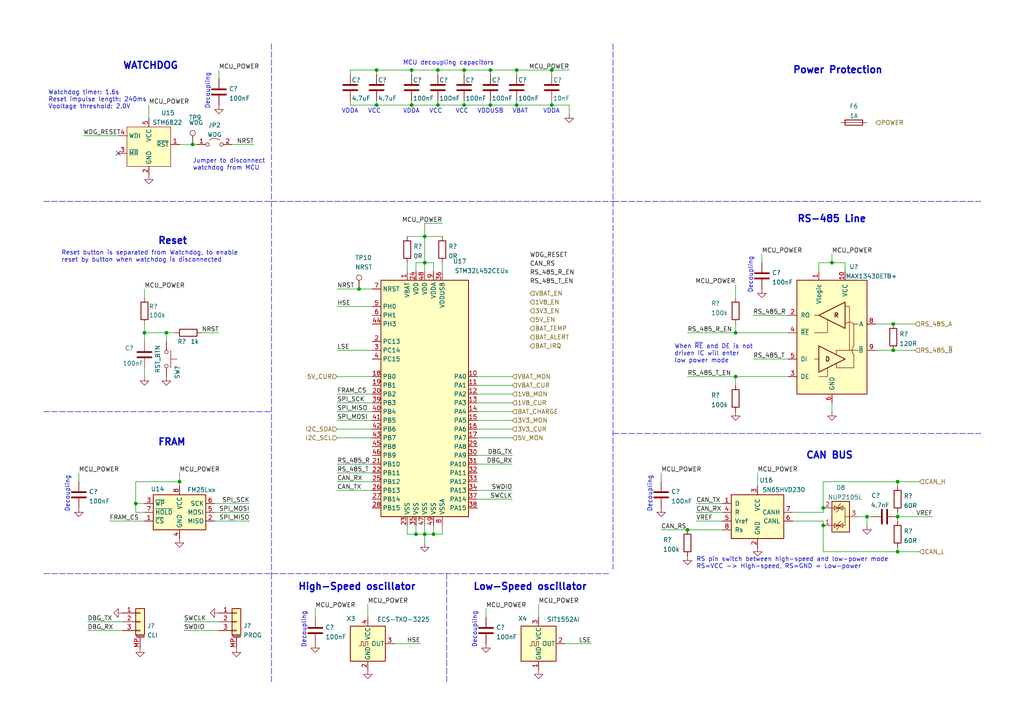
<source format=kicad_sch>
(kicad_sch (version 20210621) (generator eeschema)
  (paper "A4")
  (title_block (title "BUTCube - EPS") (date "2021-06-01") (rev "v1.0") (company "VUT - FIT(STRaDe) & FME(IAE & IPE)") (comment 1 "Author: Petr Malaník"))
  (lib_symbols
    (symbol "Connector:TestPoint" (pin_numbers hide) (pin_names (offset 0.762) hide)
      (property "Reference" "TP" (at 0 6.858 0))
      (property "Value" "TestPoint" (at 0 5.08 0))
      (symbol "TestPoint_0_1"
        (circle (center 0 3.302) (radius 0.762))
      )
      (symbol "TestPoint_1_1"
        (pin passive line (at 0 0 90) (length 2.54) (name "1") (number "1"))
      )
    )
    (symbol "Connector_Generic_MountingPin:Conn_01x03_MountingPin" (pin_names (offset 1.016) hide)
      (property "Reference" "J" (at 0 5.08 0))
      (property "Value" "Conn_01x03_MountingPin" (at 1.27 -5.08 0))
      (symbol "Conn_01x03_MountingPin_1_1"
        (text "Mounting" (at 0 -4.191 0) (effects (font (size 0.381 0.381))))
        (rectangle (start -1.27 -2.413) (end 0 -2.667) (stroke (width 0.1524)))
        (rectangle (start -1.27 0.127) (end 0 -0.127) (stroke (width 0.1524)))
        (rectangle (start -1.27 2.667) (end 0 2.413) (stroke (width 0.1524)))
        (rectangle (start -1.27 3.81) (end 1.27 -3.81) (stroke (width 0.254)) (fill (type background)))
        (polyline (pts (xy -1.016 -4.572) (xy 1.016 -4.572)) (stroke (width 0.1524)))
        (pin passive line (at -5.08 2.54 0) (length 3.81) (name "Pin_1") (number "1"))
        (pin passive line (at -5.08 0 0) (length 3.81) (name "Pin_2") (number "2"))
        (pin passive line (at -5.08 -2.54 0) (length 3.81) (name "Pin_3") (number "3"))
        (pin passive line (at 0 -7.62 90) (length 3.048) (name "MountPin") (number "MP"))
      )
    )
    (symbol "Device:C" (pin_numbers hide) (pin_names (offset 0.254))
      (property "Reference" "C" (at 0.635 2.54 0))
      (property "Value" "C" (at 0.635 -2.54 0))
      (symbol "C_0_1"
        (polyline (pts (xy -2.032 -0.762) (xy 2.032 -0.762)) (stroke (width 0.508)))
        (polyline (pts (xy -2.032 0.762) (xy 2.032 0.762)) (stroke (width 0.508)))
      )
      (symbol "C_1_1"
        (pin passive line (at 0 3.81 270) (length 2.794) (name "~") (number "1"))
        (pin passive line (at 0 -3.81 90) (length 2.794) (name "~") (number "2"))
      )
    )
    (symbol "Device:Fuse" (pin_numbers hide) (pin_names (offset 0))
      (property "Reference" "F" (at 2.032 0 90))
      (property "Value" "Fuse" (at -1.905 0 90))
      (symbol "Fuse_0_1"
        (rectangle (start -0.762 -2.54) (end 0.762 2.54) (stroke (width 0.254)))
        (polyline (pts (xy 0 2.54) (xy 0 -2.54)))
      )
      (symbol "Fuse_1_1"
        (pin passive line (at 0 3.81 270) (length 1.27) (name "~") (number "1"))
        (pin passive line (at 0 -3.81 90) (length 1.27) (name "~") (number "2"))
      )
    )
    (symbol "Device:R" (pin_numbers hide) (pin_names (offset 0))
      (property "Reference" "R" (at 2.032 0 90))
      (property "Value" "R" (at 0 0 90))
      (symbol "R_0_1"
        (rectangle (start -1.016 -2.54) (end 1.016 2.54) (stroke (width 0.254)))
      )
      (symbol "R_1_1"
        (pin passive line (at 0 3.81 270) (length 1.27) (name "~") (number "1"))
        (pin passive line (at 0 -3.81 90) (length 1.27) (name "~") (number "2"))
      )
    )
    (symbol "Interface_CAN_LIN:SN65HVD230" (pin_names (offset 1.016))
      (property "Reference" "U" (at -2.54 10.16 0))
      (property "Value" "SN65HVD230" (at -2.54 7.62 0))
      (symbol "SN65HVD230_0_1"
        (rectangle (start -7.62 5.08) (end 7.62 -7.62) (stroke (width 0.254)) (fill (type background)))
      )
      (symbol "SN65HVD230_1_1"
        (pin input line (at -10.16 2.54 0) (length 2.54) (name "D") (number "1"))
        (pin power_in line (at 0 -10.16 90) (length 2.54) (name "GND") (number "2"))
        (pin power_in line (at 0 7.62 270) (length 2.54) (name "VCC") (number "3"))
        (pin output line (at -10.16 0 0) (length 2.54) (name "R") (number "4"))
        (pin output line (at -10.16 -2.54 0) (length 2.54) (name "Vref") (number "5"))
        (pin bidirectional line (at 10.16 -2.54 180) (length 2.54) (name "CANL") (number "6"))
        (pin bidirectional line (at 10.16 0 180) (length 2.54) (name "CANH") (number "7"))
        (pin input line (at -10.16 -5.08 0) (length 2.54) (name "Rs") (number "8"))
      )
    )
    (symbol "Jumper:Jumper_2_Open" (pin_names (offset 0) hide)
      (property "Reference" "JP" (at 0 2.794 0))
      (property "Value" "Jumper_2_Open" (at 0 -2.286 0))
      (symbol "Jumper_2_Open_0_0"
        (circle (center -2.032 0) (radius 0.508))
        (circle (center 2.032 0) (radius 0.508))
      )
      (symbol "Jumper_2_Open_0_1"
        (arc (start -1.524 1.27) (end 1.524 1.27) (radius (at 0 -0.762) (length 2.54) (angles 126.9 53.1)))
      )
      (symbol "Jumper_2_Open_1_1"
        (pin passive line (at -5.08 0 0) (length 2.54) (name "A") (number "1"))
        (pin passive line (at 5.08 0 180) (length 2.54) (name "B") (number "2"))
      )
    )
    (symbol "MCU_ST_STM32L4:STM32L452CEUx"
      (property "Reference" "U" (at -12.7 34.29 0))
      (property "Value" "STM32L452CEUx" (at 7.62 34.29 0))
      (symbol "STM32L452CEUx_0_1"
        (rectangle (start -12.7 -35.56) (end 12.7 33.02) (stroke (width 0.254)) (fill (type background)))
      )
      (symbol "STM32L452CEUx_1_1"
        (pin power_in line (at -5.08 35.56 270) (length 2.54) (name "VBAT") (number "1"))
        (pin bidirectional line (at 15.24 5.08 180) (length 2.54) (name "PA0") (number "10"))
        (pin bidirectional line (at 15.24 2.54 180) (length 2.54) (name "PA1") (number "11"))
        (pin bidirectional line (at 15.24 0 180) (length 2.54) (name "PA2") (number "12"))
        (pin bidirectional line (at 15.24 -2.54 180) (length 2.54) (name "PA3") (number "13"))
        (pin bidirectional line (at 15.24 -5.08 180) (length 2.54) (name "PA4") (number "14"))
        (pin bidirectional line (at 15.24 -7.62 180) (length 2.54) (name "PA5") (number "15"))
        (pin bidirectional line (at 15.24 -10.16 180) (length 2.54) (name "PA6") (number "16"))
        (pin bidirectional line (at 15.24 -12.7 180) (length 2.54) (name "PA7") (number "17"))
        (pin bidirectional line (at -15.24 5.08 0) (length 2.54) (name "PB0") (number "18"))
        (pin bidirectional line (at -15.24 2.54 0) (length 2.54) (name "PB1") (number "19"))
        (pin bidirectional line (at -15.24 15.24 0) (length 2.54) (name "PC13") (number "2"))
        (pin bidirectional line (at -15.24 0 0) (length 2.54) (name "PB2") (number "20"))
        (pin bidirectional line (at -15.24 -20.32 0) (length 2.54) (name "PB10") (number "21"))
        (pin bidirectional line (at -15.24 -22.86 0) (length 2.54) (name "PB11") (number "22"))
        (pin power_in line (at -5.08 -38.1 90) (length 2.54) (name "VSS") (number "23"))
        (pin power_in line (at -2.54 35.56 270) (length 2.54) (name "VDD") (number "24"))
        (pin bidirectional line (at -15.24 -25.4 0) (length 2.54) (name "PB12") (number "25"))
        (pin bidirectional line (at -15.24 -27.94 0) (length 2.54) (name "PB13") (number "26"))
        (pin bidirectional line (at -15.24 -30.48 0) (length 2.54) (name "PB14") (number "27"))
        (pin bidirectional line (at -15.24 -33.02 0) (length 2.54) (name "PB15") (number "28"))
        (pin bidirectional line (at 15.24 -15.24 180) (length 2.54) (name "PA8") (number "29"))
        (pin bidirectional line (at -15.24 12.7 0) (length 2.54) (name "PC14") (number "3"))
        (pin bidirectional line (at 15.24 -17.78 180) (length 2.54) (name "PA9") (number "30"))
        (pin bidirectional line (at 15.24 -20.32 180) (length 2.54) (name "PA10") (number "31"))
        (pin bidirectional line (at 15.24 -22.86 180) (length 2.54) (name "PA11") (number "32"))
        (pin bidirectional line (at 15.24 -25.4 180) (length 2.54) (name "PA12") (number "33"))
        (pin bidirectional line (at 15.24 -27.94 180) (length 2.54) (name "PA13") (number "34"))
        (pin power_in line (at -2.54 -38.1 90) (length 2.54) (name "VSS") (number "35"))
        (pin power_in line (at 5.08 35.56 270) (length 2.54) (name "VDDUSB") (number "36"))
        (pin bidirectional line (at 15.24 -30.48 180) (length 2.54) (name "PA14") (number "37"))
        (pin bidirectional line (at 15.24 -33.02 180) (length 2.54) (name "PA15") (number "38"))
        (pin bidirectional line (at -15.24 -2.54 0) (length 2.54) (name "PB3") (number "39"))
        (pin bidirectional line (at -15.24 10.16 0) (length 2.54) (name "PC15") (number "4"))
        (pin bidirectional line (at -15.24 -5.08 0) (length 2.54) (name "PB4") (number "40"))
        (pin bidirectional line (at -15.24 -7.62 0) (length 2.54) (name "PB5") (number "41"))
        (pin bidirectional line (at -15.24 -10.16 0) (length 2.54) (name "PB6") (number "42"))
        (pin bidirectional line (at -15.24 -12.7 0) (length 2.54) (name "PB7") (number "43"))
        (pin bidirectional line (at -15.24 20.32 0) (length 2.54) (name "PH3") (number "44"))
        (pin bidirectional line (at -15.24 -15.24 0) (length 2.54) (name "PB8") (number "45"))
        (pin bidirectional line (at -15.24 -17.78 0) (length 2.54) (name "PB9") (number "46"))
        (pin power_in line (at 0 -38.1 90) (length 2.54) (name "VSS") (number "47"))
        (pin power_in line (at 0 35.56 270) (length 2.54) (name "VDD") (number "48"))
        (pin power_in line (at 2.54 -38.1 90) (length 2.54) (name "VSS") (number "49"))
        (pin input line (at -15.24 25.4 0) (length 2.54) (name "PH0") (number "5"))
        (pin input line (at -15.24 22.86 0) (length 2.54) (name "PH1") (number "6"))
        (pin input line (at -15.24 30.48 0) (length 2.54) (name "NRST") (number "7"))
        (pin power_in line (at 5.08 -38.1 90) (length 2.54) (name "VSSA") (number "8"))
        (pin power_in line (at 2.54 35.56 270) (length 2.54) (name "VDDA") (number "9"))
      )
    )
    (symbol "Power_Protection:NUP2105L" (pin_names hide)
      (property "Reference" "D" (at 5.715 2.54 0))
      (property "Value" "NUP2105L" (at 5.715 0.635 0))
      (symbol "NUP2105L_0_0"
        (pin passive line (at 0 -5.08 90) (length 2.54) (name "A") (number "3"))
      )
      (symbol "NUP2105L_0_1"
        (rectangle (start -4.445 2.54) (end 4.445 -2.54) (stroke (width 0.254)) (fill (type background)))
        (polyline (pts (xy -2.54 2.54) (xy -2.54 0.635)))
        (polyline (pts (xy 0 -1.27) (xy 0 -2.54)))
        (polyline (pts (xy 2.54 2.54) (xy 2.54 0.635)))
        (polyline (pts (xy -3.81 1.27) (xy -3.175 0.635) (xy -1.905 0.635) (xy -1.27 0)))
        (polyline (pts (xy -2.54 0.635) (xy -2.54 -1.27) (xy 2.54 -1.27) (xy 2.54 0.635)))
        (polyline (pts (xy -2.54 0.635) (xy -1.905 -0.635) (xy -3.175 -0.635) (xy -2.54 0.635)))
        (polyline (pts (xy 2.54 0.635) (xy 1.905 -0.635) (xy 3.175 -0.635) (xy 2.54 0.635)))
        (polyline (pts (xy 2.54 0.635) (xy 3.175 1.905) (xy 1.905 1.905) (xy 2.54 0.635)))
        (polyline (pts (xy -2.54 0.635) (xy -3.175 1.905) (xy -1.905 1.905) (xy -2.54 0.635) (xy -2.54 1.27)))
        (polyline (pts (xy 1.27 1.27) (xy 1.905 0.635) (xy 2.54 0.635) (xy 3.175 0.635) (xy 3.81 0)))
      )
      (symbol "NUP2105L_1_1"
        (pin passive line (at -2.54 5.08 270) (length 2.54) (name "K") (number "1"))
        (pin passive line (at 2.54 5.08 270) (length 2.54) (name "K") (number "2"))
      )
    )
    (symbol "Switch:SW_Push" (pin_numbers hide) (pin_names (offset 1.016) hide)
      (property "Reference" "SW" (at 1.27 2.54 0))
      (property "Value" "SW_Push" (at 0 -1.524 0))
      (symbol "SW_Push_0_1"
        (circle (center -2.032 0) (radius 0.508))
        (circle (center 2.032 0) (radius 0.508))
        (polyline (pts (xy 0 1.27) (xy 0 3.048)))
        (polyline (pts (xy 2.54 1.27) (xy -2.54 1.27)))
        (pin passive line (at -5.08 0 0) (length 2.54) (name "1") (number "1"))
        (pin passive line (at 5.08 0 180) (length 2.54) (name "2") (number "2"))
      )
    )
    (symbol "TCY_IC:MAX13430ETB+" (pin_names (offset 1.016))
      (property "Reference" "U" (at -10.16 19.05 0))
      (property "Value" "MAX13430ETB+" (at 5.08 19.05 0))
      (symbol "MAX13430ETB+_0_0"
        (text "D" (at -1.27 -5.08 0) (effects (font (size 1.27 1.27) bold)))
        (text "R" (at 1.27 7.62 0) (effects (font (size 1.27 1.27) bold)))
      )
      (symbol "MAX13430ETB+_0_1"
        (arc (start 3.81 5.08) (end 6.35 5.08) (radius (at 5.08 3.8099) (length 1.7961) (angles 135 45)) (stroke (width 0.1524)))
        (arc (start 6.35 -3.81) (end 6.35 -1.27) (radius (at 7.6201 -2.54) (length 1.7961) (angles -135 135)) (stroke (width 0.1524)))
        (rectangle (start -10.16 -15.24) (end 10.16 17.78) (stroke (width 0.254)) (fill (type background)))
        (polyline (pts (xy -5.08 -5.08) (xy -3.81 -5.08)))
        (polyline (pts (xy -3.81 7.62) (xy -5.08 7.62)))
        (polyline (pts (xy 5.08 10.16) (xy 5.08 -2.54)) (stroke (width 0.1524)))
        (polyline (pts (xy 6.35 -7.62) (xy 6.35 -3.81)) (stroke (width 0.1524)))
        (polyline (pts (xy 6.35 -1.27) (xy 6.35 5.08)) (stroke (width 0.1524)))
        (polyline (pts (xy 6.35 5.08) (xy 7.62 5.08)) (stroke (width 0.1524)))
        (polyline (pts (xy 5.08 10.16) (xy 3.81 10.16) (xy 3.81 10.16)))
        (polyline (pts (xy -3.81 -10.16) (xy -1.27 -10.16) (xy -1.27 -7.62) (xy -1.27 -7.62)))
        (polyline (pts (xy -1.27 6.35) (xy -1.27 2.54) (xy -2.54 2.54) (xy -5.08 2.54)))
        (polyline (pts (xy 6.35 -7.62) (xy 1.27 -7.62) (xy 1.27 -6.35) (xy 1.27 -6.35)))
        (polyline (pts (xy 7.62 -2.54) (xy 1.27 -2.54) (xy 1.27 -3.81) (xy 1.27 -3.81)))
        (polyline (pts (xy -3.81 -1.27) (xy -3.81 -8.89) (xy 3.81 -5.08) (xy -3.81 -1.27) (xy -3.81 -1.27)) (stroke (width 0.254)))
        (polyline (pts (xy 3.81 11.43) (xy 3.81 3.81) (xy -3.81 7.62) (xy 3.81 11.43) (xy 3.81 11.43)) (stroke (width 0.254)))
      )
      (symbol "MAX13430ETB+_1_1"
        (pin power_in line (at -3.81 20.32 270) (length 2.54) (name "Vlogic") (number "1"))
        (pin power_in line (at 3.81 20.32 270) (length 2.54) (name "VCC") (number "10"))
        (pin power_in line (at 0 -17.78 90) (length 2.54) hide (name "E_PAD") (number "11"))
        (pin output line (at -12.7 7.62 0) (length 2.54) (name "RO") (number "2"))
        (pin input line (at -12.7 -10.16 0) (length 2.54) (name "DE") (number "3"))
        (pin input line (at -12.7 2.54 0) (length 2.54) (name "~{RE}") (number "4"))
        (pin input line (at -12.7 -5.08 0) (length 2.54) (name "DI") (number "5"))
        (pin power_in line (at 0 -17.78 90) (length 2.54) (name "GND") (number "6"))
        (pin no_connect line (at 10.16 1.27 180) (length 2.54) hide (name "NC") (number "7"))
        (pin input line (at 12.7 5.08 180) (length 2.54) (name "A") (number "8"))
        (pin input line (at 12.7 -2.54 180) (length 2.54) (name "~{B}") (number "9"))
      )
    )
    (symbol "TCY_IC:STM6822"
      (property "Reference" "U" (at 6.35 13.97 0))
      (property "Value" "STM6822" (at 6.35 16.51 0))
      (symbol "STM6822_0_1"
        (rectangle (start -6.35 11.43) (end 6.35 0) (stroke (width 0.1524)) (fill (type background)))
      )
      (symbol "STM6822_1_1"
        (pin open_collector line (at 8.89 6.35 180) (length 2.54) (name "~{RST}") (number "1"))
        (pin passive line (at 0 -2.54 90) (length 2.54) (name "GND") (number "2"))
        (pin input line (at -8.89 3.81 0) (length 2.54) (name "~{MR}") (number "3"))
        (pin input line (at -8.89 8.89 0) (length 2.54) (name "WDI") (number "4"))
        (pin power_in line (at 0 13.97 270) (length 2.54) (name "VCC") (number "5"))
      )
    )
    (symbol "TCY_memory:FM25Lxx"
      (property "Reference" "U" (at -7.62 6.35 0))
      (property "Value" "FM25Lxx" (at 2.54 -6.35 0))
      (symbol "FM25Lxx_1_1"
        (rectangle (start -7.62 5.08) (end 7.62 -5.08) (stroke (width 0.254)) (fill (type background)))
        (pin input line (at -10.16 -2.54 0) (length 2.54) (name "~{CS}") (number "1"))
        (pin tri_state line (at 10.16 -2.54 180) (length 2.54) (name "MISO") (number "2"))
        (pin input line (at -10.16 2.54 0) (length 2.54) (name "~{WP}") (number "3"))
        (pin power_in line (at 0 -7.62 90) (length 2.54) (name "GND") (number "4"))
        (pin input line (at 10.16 0 180) (length 2.54) (name "MOSI") (number "5"))
        (pin input line (at 10.16 2.54 180) (length 2.54) (name "SCK") (number "6"))
        (pin input line (at -10.16 0 0) (length 2.54) (name "~{HOLD}") (number "7"))
        (pin power_in line (at 0 7.62 270) (length 2.54) (name "VCC") (number "8"))
        (pin passive line (at 0 -7.62 90) (length 2.54) hide (name "GND") (number "9"))
      )
    )
    (symbol "TCY_ocillators:ECS-TXO-3225" (pin_names (offset 0.254))
      (property "Reference" "X" (at -6.35 6.35 0))
      (property "Value" "ECS-TXO-3225" (at 1.27 6.35 0))
      (symbol "ECS-TXO-3225_0_1"
        (rectangle (start -5.08 5.08) (end 5.08 -5.08) (stroke (width 0.254)) (fill (type background)))
        (polyline (pts (xy -2.54 -0.635) (xy -1.905 -0.635) (xy -1.905 0.635) (xy -1.27 0.635) (xy -1.27 -0.635) (xy -0.635 -0.635) (xy -0.635 0.635) (xy 0 0.635) (xy 0 -0.635)))
      )
      (symbol "ECS-TXO-3225_1_1"
        (pin no_connect line (at -7.62 0 0) (length 2.54) hide (name "NC") (number "1"))
        (pin power_in line (at 0 -7.62 90) (length 2.54) (name "GND") (number "2"))
        (pin output line (at 7.62 0 180) (length 2.54) (name "OUT") (number "3"))
        (pin power_in line (at 0 7.62 270) (length 2.54) (name "VCC") (number "4"))
      )
    )
    (symbol "TCY_ocillators:SiT1552AI" (pin_names (offset 0.254))
      (property "Reference" "X" (at -6.35 6.35 0))
      (property "Value" "SiT1552AI" (at 1.27 6.35 0))
      (symbol "SiT1552AI_0_1"
        (rectangle (start -5.08 5.08) (end 5.08 -5.08) (stroke (width 0.254)) (fill (type background)))
        (polyline (pts (xy -2.54 -0.635) (xy -1.905 -0.635) (xy -1.905 0.635) (xy -1.27 0.635) (xy -1.27 -0.635) (xy -0.635 -0.635) (xy -0.635 0.635) (xy 0 0.635) (xy 0 -0.635)))
      )
      (symbol "SiT1552AI_1_1"
        (pin power_in line (at 0 -7.62 90) (length 2.54) (name "GND") (number "1"))
        (pin output line (at 7.62 0 180) (length 2.54) (name "OUT") (number "2"))
        (pin power_in line (at 0 7.62 270) (length 2.54) (name "VCC") (number "3"))
        (pin power_in line (at 0 -7.62 90) (length 2.54) hide (name "GND") (number "4"))
      )
    )
    (symbol "power:GND" (power) (pin_names (offset 0))
      (property "Value" "GND" (at 0 -3.81 0))
      (symbol "GND_0_1"
        (polyline (pts (xy 0 0) (xy 0 -1.27) (xy 1.27 -1.27) (xy 0 -2.54) (xy -1.27 -1.27) (xy 0 -1.27)))
      )
      (symbol "GND_1_1"
        (pin power_in line (at 0 0 270) (length 0) hide (name "GND") (number "1"))
      )
    )
  )
  (junction (at 39.37 146.05) (diameter 0.9144))
  (junction (at 41.91 96.52) (diameter 0.9144))
  (junction (at 48.26 96.52) (diameter 0.9144))
  (junction (at 52.07 139.7) (diameter 0.9144))
  (junction (at 55.88 41.91) (diameter 0.9144))
  (junction (at 104.14 83.82) (diameter 0.9144))
  (junction (at 109.22 20.32) (diameter 0.9144))
  (junction (at 109.22 30.48) (diameter 0.9144))
  (junction (at 119.38 20.32) (diameter 0.9144))
  (junction (at 119.38 30.48) (diameter 0.9144))
  (junction (at 120.65 154.94) (diameter 0.9144))
  (junction (at 123.19 68.58) (diameter 0.9144))
  (junction (at 123.19 76.2) (diameter 0.9144))
  (junction (at 123.19 154.94) (diameter 0.9144))
  (junction (at 125.73 154.94) (diameter 0.9144))
  (junction (at 127 20.32) (diameter 0.9144))
  (junction (at 127 30.48) (diameter 0.9144))
  (junction (at 134.62 20.32) (diameter 0.9144))
  (junction (at 134.62 30.48) (diameter 0.9144))
  (junction (at 142.24 20.32) (diameter 0.9144))
  (junction (at 142.24 30.48) (diameter 0.9144))
  (junction (at 149.86 20.32) (diameter 0.9144))
  (junction (at 149.86 30.48) (diameter 0.9144))
  (junction (at 160.02 20.32) (diameter 0.9144))
  (junction (at 160.02 30.48) (diameter 0.9144))
  (junction (at 199.39 153.67) (diameter 0.9144))
  (junction (at 213.36 96.52) (diameter 0.9144))
  (junction (at 213.36 109.22) (diameter 0.9144))
  (junction (at 238.76 147.32) (diameter 0.9144))
  (junction (at 238.76 152.4) (diameter 0.9144))
  (junction (at 241.3 76.2) (diameter 0.9144))
  (junction (at 251.46 149.86) (diameter 0.9144))
  (junction (at 259.08 93.98) (diameter 0.9144))
  (junction (at 259.08 101.6) (diameter 0.9144))
  (junction (at 260.35 139.7) (diameter 0.9144))
  (junction (at 260.35 149.86) (diameter 0.9144))
  (junction (at 260.35 160.02) (diameter 0.9144))
  (no_connect (at 34.29 44.45))
  (wire (pts (xy 22.86 137.16) (xy 22.86 139.7)))
  (wire (pts (xy 24.13 39.37) (xy 34.29 39.37)))
  (wire (pts (xy 31.75 151.13) (xy 41.91 151.13)))
  (wire (pts (xy 35.56 180.34) (xy 25.4 180.34)))
  (wire (pts (xy 35.56 182.88) (xy 25.4 182.88)))
  (wire (pts (xy 39.37 139.7) (xy 52.07 139.7)))
  (wire (pts (xy 39.37 146.05) (xy 39.37 139.7)))
  (wire (pts (xy 39.37 146.05) (xy 41.91 146.05)))
  (wire (pts (xy 39.37 148.59) (xy 39.37 146.05)))
  (wire (pts (xy 41.91 83.82) (xy 41.91 86.36)))
  (wire (pts (xy 41.91 93.98) (xy 41.91 96.52)))
  (wire (pts (xy 41.91 96.52) (xy 41.91 99.06)))
  (wire (pts (xy 41.91 96.52) (xy 48.26 96.52)))
  (wire (pts (xy 41.91 106.68) (xy 41.91 109.22)))
  (wire (pts (xy 41.91 148.59) (xy 39.37 148.59)))
  (wire (pts (xy 43.18 30.48) (xy 43.18 34.29)))
  (wire (pts (xy 48.26 96.52) (xy 48.26 99.06)))
  (wire (pts (xy 48.26 96.52) (xy 50.8 96.52)))
  (wire (pts (xy 52.07 41.91) (xy 55.88 41.91)))
  (wire (pts (xy 52.07 137.16) (xy 52.07 139.7)))
  (wire (pts (xy 52.07 139.7) (xy 52.07 140.97)))
  (wire (pts (xy 55.88 41.91) (xy 57.15 41.91)))
  (wire (pts (xy 58.42 96.52) (xy 63.5 96.52)))
  (wire (pts (xy 63.5 20.32) (xy 63.5 22.86)))
  (wire (pts (xy 63.5 180.34) (xy 53.34 180.34)))
  (wire (pts (xy 63.5 182.88) (xy 53.34 182.88)))
  (wire (pts (xy 67.31 41.91) (xy 73.66 41.91)))
  (wire (pts (xy 72.39 146.05) (xy 62.23 146.05)))
  (wire (pts (xy 72.39 148.59) (xy 62.23 148.59)))
  (wire (pts (xy 72.39 151.13) (xy 62.23 151.13)))
  (wire (pts (xy 91.44 176.53) (xy 91.44 179.07)))
  (wire (pts (xy 97.79 83.82) (xy 104.14 83.82)))
  (wire (pts (xy 97.79 88.9) (xy 107.95 88.9)))
  (wire (pts (xy 97.79 101.6) (xy 107.95 101.6)))
  (wire (pts (xy 97.79 109.22) (xy 107.95 109.22)))
  (wire (pts (xy 97.79 114.3) (xy 107.95 114.3)))
  (wire (pts (xy 97.79 116.84) (xy 107.95 116.84)))
  (wire (pts (xy 97.79 119.38) (xy 107.95 119.38)))
  (wire (pts (xy 97.79 121.92) (xy 107.95 121.92)))
  (wire (pts (xy 97.79 124.46) (xy 107.95 124.46)))
  (wire (pts (xy 97.79 127) (xy 107.95 127)))
  (wire (pts (xy 97.79 134.62) (xy 107.95 134.62)))
  (wire (pts (xy 97.79 137.16) (xy 107.95 137.16)))
  (wire (pts (xy 97.79 139.7) (xy 107.95 139.7)))
  (wire (pts (xy 97.79 142.24) (xy 107.95 142.24)))
  (wire (pts (xy 101.6 20.32) (xy 109.22 20.32)))
  (wire (pts (xy 101.6 21.59) (xy 101.6 20.32)))
  (wire (pts (xy 101.6 30.48) (xy 101.6 29.21)))
  (wire (pts (xy 104.14 83.82) (xy 107.95 83.82)))
  (wire (pts (xy 106.68 175.26) (xy 106.68 179.07)))
  (wire (pts (xy 109.22 20.32) (xy 109.22 21.59)))
  (wire (pts (xy 109.22 20.32) (xy 119.38 20.32)))
  (wire (pts (xy 109.22 29.21) (xy 109.22 30.48)))
  (wire (pts (xy 109.22 30.48) (xy 101.6 30.48)))
  (wire (pts (xy 109.22 30.48) (xy 119.38 30.48)))
  (wire (pts (xy 114.3 186.69) (xy 121.92 186.69)))
  (wire (pts (xy 118.11 68.58) (xy 123.19 68.58)))
  (wire (pts (xy 118.11 76.2) (xy 118.11 78.74)))
  (wire (pts (xy 118.11 154.94) (xy 118.11 152.4)))
  (wire (pts (xy 119.38 20.32) (xy 127 20.32)))
  (wire (pts (xy 119.38 21.59) (xy 119.38 20.32)))
  (wire (pts (xy 119.38 30.48) (xy 119.38 29.21)))
  (wire (pts (xy 120.65 76.2) (xy 120.65 78.74)))
  (wire (pts (xy 120.65 76.2) (xy 123.19 76.2)))
  (wire (pts (xy 120.65 152.4) (xy 120.65 154.94)))
  (wire (pts (xy 120.65 154.94) (xy 118.11 154.94)))
  (wire (pts (xy 123.19 64.77) (xy 128.27 64.77)))
  (wire (pts (xy 123.19 68.58) (xy 123.19 64.77)))
  (wire (pts (xy 123.19 68.58) (xy 123.19 76.2)))
  (wire (pts (xy 123.19 68.58) (xy 128.27 68.58)))
  (wire (pts (xy 123.19 76.2) (xy 123.19 78.74)))
  (wire (pts (xy 123.19 152.4) (xy 123.19 154.94)))
  (wire (pts (xy 123.19 154.94) (xy 120.65 154.94)))
  (wire (pts (xy 123.19 154.94) (xy 125.73 154.94)))
  (wire (pts (xy 123.19 157.48) (xy 123.19 154.94)))
  (wire (pts (xy 125.73 76.2) (xy 123.19 76.2)))
  (wire (pts (xy 125.73 78.74) (xy 125.73 76.2)))
  (wire (pts (xy 125.73 152.4) (xy 125.73 154.94)))
  (wire (pts (xy 125.73 154.94) (xy 128.27 154.94)))
  (wire (pts (xy 127 20.32) (xy 134.62 20.32)))
  (wire (pts (xy 127 21.59) (xy 127 20.32)))
  (wire (pts (xy 127 30.48) (xy 119.38 30.48)))
  (wire (pts (xy 127 30.48) (xy 127 29.21)))
  (wire (pts (xy 128.27 76.2) (xy 128.27 78.74)))
  (wire (pts (xy 128.27 154.94) (xy 128.27 152.4)))
  (wire (pts (xy 134.62 20.32) (xy 134.62 21.59)))
  (wire (pts (xy 134.62 20.32) (xy 142.24 20.32)))
  (wire (pts (xy 134.62 29.21) (xy 134.62 30.48)))
  (wire (pts (xy 134.62 30.48) (xy 127 30.48)))
  (wire (pts (xy 138.43 109.22) (xy 148.59 109.22)))
  (wire (pts (xy 138.43 111.76) (xy 148.59 111.76)))
  (wire (pts (xy 138.43 114.3) (xy 148.59 114.3)))
  (wire (pts (xy 138.43 116.84) (xy 148.59 116.84)))
  (wire (pts (xy 138.43 119.38) (xy 148.59 119.38)))
  (wire (pts (xy 138.43 121.92) (xy 148.59 121.92)))
  (wire (pts (xy 138.43 124.46) (xy 148.59 124.46)))
  (wire (pts (xy 138.43 127) (xy 148.59 127)))
  (wire (pts (xy 138.43 132.08) (xy 148.59 132.08)))
  (wire (pts (xy 138.43 134.62) (xy 148.59 134.62)))
  (wire (pts (xy 138.43 142.24) (xy 148.59 142.24)))
  (wire (pts (xy 138.43 144.78) (xy 148.59 144.78)))
  (wire (pts (xy 140.97 176.53) (xy 140.97 179.07)))
  (wire (pts (xy 142.24 20.32) (xy 142.24 21.59)))
  (wire (pts (xy 142.24 20.32) (xy 149.86 20.32)))
  (wire (pts (xy 142.24 29.21) (xy 142.24 30.48)))
  (wire (pts (xy 142.24 30.48) (xy 134.62 30.48)))
  (wire (pts (xy 149.86 20.32) (xy 149.86 21.59)))
  (wire (pts (xy 149.86 20.32) (xy 160.02 20.32)))
  (wire (pts (xy 149.86 29.21) (xy 149.86 30.48)))
  (wire (pts (xy 149.86 30.48) (xy 142.24 30.48)))
  (wire (pts (xy 149.86 30.48) (xy 160.02 30.48)))
  (wire (pts (xy 156.21 175.26) (xy 156.21 179.07)))
  (wire (pts (xy 160.02 20.32) (xy 160.02 21.59)))
  (wire (pts (xy 160.02 20.32) (xy 165.1 20.32)))
  (wire (pts (xy 160.02 29.21) (xy 160.02 30.48)))
  (wire (pts (xy 160.02 30.48) (xy 165.1 30.48)))
  (wire (pts (xy 163.83 186.69) (xy 171.45 186.69)))
  (wire (pts (xy 165.1 30.48) (xy 165.1 33.02)))
  (wire (pts (xy 191.77 137.16) (xy 191.77 139.7)))
  (wire (pts (xy 191.77 153.67) (xy 199.39 153.67)))
  (wire (pts (xy 199.39 96.52) (xy 213.36 96.52)))
  (wire (pts (xy 199.39 109.22) (xy 213.36 109.22)))
  (wire (pts (xy 199.39 153.67) (xy 209.55 153.67)))
  (wire (pts (xy 201.93 146.05) (xy 209.55 146.05)))
  (wire (pts (xy 201.93 148.59) (xy 209.55 148.59)))
  (wire (pts (xy 201.93 151.13) (xy 209.55 151.13)))
  (wire (pts (xy 213.36 82.55) (xy 213.36 86.36)))
  (wire (pts (xy 213.36 93.98) (xy 213.36 96.52)))
  (wire (pts (xy 213.36 96.52) (xy 228.6 96.52)))
  (wire (pts (xy 213.36 109.22) (xy 213.36 111.76)))
  (wire (pts (xy 213.36 109.22) (xy 228.6 109.22)))
  (wire (pts (xy 218.44 91.44) (xy 228.6 91.44)))
  (wire (pts (xy 218.44 104.14) (xy 228.6 104.14)))
  (wire (pts (xy 219.71 137.16) (xy 219.71 140.97)))
  (wire (pts (xy 220.98 73.66) (xy 220.98 76.2)))
  (wire (pts (xy 229.87 148.59) (xy 238.76 148.59)))
  (wire (pts (xy 229.87 151.13) (xy 238.76 151.13)))
  (wire (pts (xy 237.49 76.2) (xy 241.3 76.2)))
  (wire (pts (xy 237.49 78.74) (xy 237.49 76.2)))
  (wire (pts (xy 238.76 139.7) (xy 238.76 147.32)))
  (wire (pts (xy 238.76 148.59) (xy 238.76 147.32)))
  (wire (pts (xy 238.76 151.13) (xy 238.76 152.4)))
  (wire (pts (xy 238.76 152.4) (xy 238.76 160.02)))
  (wire (pts (xy 241.3 76.2) (xy 241.3 73.66)))
  (wire (pts (xy 241.3 116.84) (xy 241.3 119.38)))
  (wire (pts (xy 245.11 76.2) (xy 241.3 76.2)))
  (wire (pts (xy 245.11 78.74) (xy 245.11 76.2)))
  (wire (pts (xy 248.92 149.86) (xy 251.46 149.86)))
  (wire (pts (xy 251.46 149.86) (xy 251.46 152.4)))
  (wire (pts (xy 251.46 149.86) (xy 252.73 149.86)))
  (wire (pts (xy 254 93.98) (xy 259.08 93.98)))
  (wire (pts (xy 254 101.6) (xy 259.08 101.6)))
  (wire (pts (xy 259.08 93.98) (xy 265.43 93.98)))
  (wire (pts (xy 259.08 101.6) (xy 265.43 101.6)))
  (wire (pts (xy 260.35 139.7) (xy 238.76 139.7)))
  (wire (pts (xy 260.35 139.7) (xy 260.35 140.97)))
  (wire (pts (xy 260.35 148.59) (xy 260.35 149.86)))
  (wire (pts (xy 260.35 149.86) (xy 270.51 149.86)))
  (wire (pts (xy 260.35 151.13) (xy 260.35 149.86)))
  (wire (pts (xy 260.35 158.75) (xy 260.35 160.02)))
  (wire (pts (xy 260.35 160.02) (xy 238.76 160.02)))
  (wire (pts (xy 266.7 139.7) (xy 260.35 139.7)))
  (wire (pts (xy 266.7 160.02) (xy 260.35 160.02)))
  (polyline (pts (xy 12.7 58.42) (xy 78.74 58.42)) (stroke (width 0) (type dash)))
  (polyline (pts (xy 12.7 119.38) (xy 78.74 119.38)) (stroke (width 0) (type dash)))
  (polyline (pts (xy 12.7 166.37) (xy 176.53 166.37)) (stroke (width 0) (type dash)))
  (polyline (pts (xy 78.74 12.7) (xy 78.74 166.37)) (stroke (width 0) (type dash)))
  (polyline (pts (xy 78.74 58.42) (xy 177.8 58.42)) (stroke (width 0) (type dash)))
  (polyline (pts (xy 78.74 166.37) (xy 78.74 198.12)) (stroke (width 0) (type dash)))
  (polyline (pts (xy 129.54 166.37) (xy 129.54 198.12)) (stroke (width 0) (type dash)))
  (polyline (pts (xy 177.8 12.7) (xy 177.8 165.1)) (stroke (width 0) (type dash)))
  (polyline (pts (xy 177.8 58.42) (xy 284.48 58.42)) (stroke (width 0) (type dash)))
  (polyline (pts (xy 177.8 125.73) (xy 284.48 125.73)) (stroke (width 0) (type dash)))
  (text "Watchdog timer: 1.6s\nReset impulse length: 240ms\nVooltage threshold: 2.0V" (at 13.97 31.75 0) (effects (font (size 1.27 1.27)) (justify left bottom)))
  (text "Reset button is separated from Watchdog, to enable\nreset by button when watchdog is disconnected" (at 17.78 76.2 0) (effects (font (size 1.27 1.27)) (justify left bottom)))
  (text "Decoupling" (at 20.32 148.59 90) (effects (font (size 1.27 1.27)) (justify left bottom)))
  (text "WATCHDOG" (at 35.56 20.32 0) (effects (font (size 2 2) (thickness 0.4) bold) (justify left bottom)))
  (text "Reset" (at 45.72 71.12 0) (effects (font (size 2 2) (thickness 0.4) bold) (justify left bottom)))
  (text "FRAM" (at 45.72 129.54 0) (effects (font (size 2 2) (thickness 0.4) bold) (justify left bottom)))
  (text "Jumper to disconnect\nwatchdog from MCU" (at 55.88 49.53 0) (effects (font (size 1.27 1.27)) (justify left bottom)))
  (text "Decoupling" (at 60.96 31.75 90) (effects (font (size 1.27 1.27)) (justify left bottom)))
  (text "High-Speed oscillator" (at 86.36 171.45 0) (effects (font (size 2 2) (thickness 0.4) bold) (justify left bottom)))
  (text "Decoupling" (at 88.9 187.96 90) (effects (font (size 1.27 1.27)) (justify left bottom)))
  (text "VDDA" (at 99.06 33.02 0) (effects (font (size 1.27 1.27)) (justify left bottom)))
  (text "VCC" (at 106.68 33.02 0) (effects (font (size 1.27 1.27)) (justify left bottom)))
  (text "MCU decoupling capacitors" (at 116.84 19.05 0) (effects (font (size 1.27 1.27)) (justify left bottom)))
  (text "VDDA" (at 116.84 33.02 0) (effects (font (size 1.27 1.27)) (justify left bottom)))
  (text "VCC" (at 124.46 33.02 0) (effects (font (size 1.27 1.27)) (justify left bottom)))
  (text "VCC" (at 132.08 33.02 0) (effects (font (size 1.27 1.27)) (justify left bottom)))
  (text "Low-Speed oscillator" (at 137.16 171.45 0) (effects (font (size 2 2) (thickness 0.4) bold) (justify left bottom)))
  (text "VDDUSB" (at 138.43 33.02 0) (effects (font (size 1.27 1.27)) (justify left bottom)))
  (text "Decoupling" (at 138.43 187.96 90) (effects (font (size 1.27 1.27)) (justify left bottom)))
  (text "VBAT" (at 148.59 33.02 0) (effects (font (size 1.27 1.27)) (justify left bottom)))
  (text "VDDA" (at 157.48 33.02 0) (effects (font (size 1.27 1.27)) (justify left bottom)))
  (text "Decoupling" (at 189.23 148.59 90) (effects (font (size 1.27 1.27)) (justify left bottom)))
  (text "When ~{RE} and DE is not\ndriven IC will enter\nlow power mode" (at 195.58 105.41 0) (effects (font (size 1.27 1.27)) (justify left bottom)))
  (text "RS pin switch between high-speed and low-power mode\nRS=VCC -> High-speed, RS=GND = Low-power" (at 201.93 165.1 0) (effects (font (size 1.27 1.27)) (justify left bottom)))
  (text "Decoupling" (at 218.44 85.09 90) (effects (font (size 1.27 1.27)) (justify left bottom)))
  (text "Power Protection" (at 229.87 21.59 0) (effects (font (size 2 2) (thickness 0.4) bold) (justify left bottom)))
  (text "RS-485 Line" (at 231.14 64.77 0) (effects (font (size 2 2) (thickness 0.4) bold) (justify left bottom)))
  (text "CAN BUS" (at 233.68 133.35 0) (effects (font (size 2 2) (thickness 0.4) bold) (justify left bottom)))
  (label "MCU_POWER" (at 22.86 137.16 0))
  (label "WDG_RESET" (at 24.13 39.37 0))
  (label "DBG_TX" (at 25.4 180.34 0))
  (label "DBG_RX" (at 25.4 182.88 0))
  (label "FRAM_CS" (at 31.75 151.13 0))
  (label "MCU_POWER" (at 41.91 83.82 0))
  (label "MCU_POWER" (at 43.18 30.48 0))
  (label "MCU_POWER" (at 52.07 137.16 0))
  (label "SWCLK" (at 53.34 180.34 0))
  (label "SWDIO" (at 53.34 182.88 0))
  (label "MCU_POWER" (at 63.5 20.32 0))
  (label "NRST" (at 63.5 96.52 180))
  (label "SPI_SCK" (at 72.39 146.05 180))
  (label "SPI_MOSI" (at 72.39 148.59 180))
  (label "SPI_MISO" (at 72.39 151.13 180))
  (label "NRST" (at 73.66 41.91 180))
  (label "MCU_POWER" (at 91.44 176.53 0))
  (label "NRST" (at 97.79 83.82 0))
  (label "HSE" (at 97.79 88.9 0))
  (label "LSE" (at 97.79 101.6 0))
  (label "FRAM_CS" (at 97.79 114.3 0))
  (label "SPI_SCK" (at 97.79 116.84 0))
  (label "SPI_MISO" (at 97.79 119.38 0))
  (label "SPI_MOSI" (at 97.79 121.92 0))
  (label "RS_485_R" (at 97.79 134.62 0))
  (label "RS_485_T" (at 97.79 137.16 0))
  (label "CAN_RX" (at 97.79 139.7 0))
  (label "CAN_TX" (at 97.79 142.24 0))
  (label "MCU_POWER" (at 106.68 175.26 0))
  (label "HSE" (at 121.92 186.69 180))
  (label "MCU_POWER" (at 128.27 64.77 180))
  (label "MCU_POWER" (at 140.97 176.53 0))
  (label "DBG_TX" (at 148.59 132.08 180))
  (label "DBG_RX" (at 148.59 134.62 180))
  (label "SWDIO" (at 148.59 142.24 180))
  (label "SWCLK" (at 148.59 144.78 180))
  (label "WDG_RESET" (at 153.67 74.93 0))
  (label "CAN_RS" (at 153.67 77.47 0))
  (label "RS_485_R_EN" (at 153.67 80.01 0))
  (label "RS_485_T_EN" (at 153.67 82.55 0))
  (label "MCU_POWER" (at 156.21 175.26 0))
  (label "MCU_POWER" (at 165.1 20.32 180))
  (label "LSE" (at 171.45 186.69 180))
  (label "MCU_POWER" (at 191.77 137.16 0))
  (label "CAN_RS" (at 191.77 153.67 0))
  (label "RS_485_R_EN" (at 199.39 96.52 0))
  (label "RS_485_T_EN" (at 199.39 109.22 0))
  (label "CAN_TX" (at 201.93 146.05 0))
  (label "CAN_RX" (at 201.93 148.59 0))
  (label "VREF" (at 201.93 151.13 0))
  (label "MCU_POWER" (at 213.36 82.55 180))
  (label "RS_485_R" (at 218.44 91.44 0))
  (label "RS_485_T" (at 218.44 104.14 0))
  (label "MCU_POWER" (at 219.71 137.16 0))
  (label "MCU_POWER" (at 220.98 73.66 0))
  (label "MCU_POWER" (at 241.3 73.66 0))
  (label "VREF" (at 270.51 149.86 180))
  (hierarchical_label "5V_CUR" (shape input) (at 97.79 109.22 180))
  (hierarchical_label "I2C_SDA" (shape input) (at 97.79 124.46 180))
  (hierarchical_label "I2C_SCL" (shape input) (at 97.79 127 180))
  (hierarchical_label "VBAT_MON" (shape input) (at 148.59 109.22 0))
  (hierarchical_label "VBAT_CUR" (shape input) (at 148.59 111.76 0))
  (hierarchical_label "1V8_MON" (shape input) (at 148.59 114.3 0))
  (hierarchical_label "1V8_CUR" (shape input) (at 148.59 116.84 0))
  (hierarchical_label "BAT_CHARGE" (shape input) (at 148.59 119.38 0))
  (hierarchical_label "3V3_MON" (shape input) (at 148.59 121.92 0))
  (hierarchical_label "3V3_CUR" (shape input) (at 148.59 124.46 0))
  (hierarchical_label "5V_MON" (shape input) (at 148.59 127 0))
  (hierarchical_label "VBAT_EN" (shape input) (at 153.67 85.09 0))
  (hierarchical_label "1V8_EN" (shape input) (at 153.67 87.63 0))
  (hierarchical_label "3V3_EN" (shape input) (at 153.67 90.17 0))
  (hierarchical_label "5V_EN" (shape input) (at 153.67 92.71 0))
  (hierarchical_label "BAT_TEMP" (shape input) (at 153.67 95.25 0))
  (hierarchical_label "BAT_ALERT" (shape input) (at 153.67 97.79 0))
  (hierarchical_label "BAT_IRQ" (shape input) (at 153.67 100.33 0))
  (hierarchical_label "POWER" (shape input) (at 254 35.56 0))
  (hierarchical_label "RS_485_A" (shape input) (at 265.43 93.98 0))
  (hierarchical_label "RS_485_~{B}" (shape input) (at 265.43 101.6 0))
  (hierarchical_label "CAN_H" (shape input) (at 266.7 139.7 0))
  (hierarchical_label "CAN_L" (shape input) (at 266.7 160.02 0))
  (symbol (lib_id "Connector:TestPoint") (at 55.88 41.91 0)
    (property "Reference" "TP9" (at 54.7371 34.08 0) (effects (justify left)))
    (property "Value" "WDG" (at 54.7371 35.5851 0) (effects (justify left)))
  )
  (symbol (lib_id "Connector:TestPoint") (at 104.14 83.82 0)
    (property "Reference" "TP10" (at 102.9971 74.72 0) (effects (justify left)))
    (property "Value" "NRST" (at 102.9971 77.4951 0) (effects (justify left)))
  )
  (symbol (lib_id "power:GND") (at 22.86 147.32 0)
    (property "Reference" "#PWR0277" (effects hide))
    (property "Value" "GND" (effects hide))
  )
  (symbol (lib_id "power:GND") (at 35.56 177.8 270)
    (property "Reference" "#PWR0272" (effects hide))
    (property "Value" "GND" (effects hide))
  )
  (symbol (lib_id "power:GND") (at 40.64 187.96 0)
    (property "Reference" "#PWR0271" (effects hide))
    (property "Value" "GND" (effects hide))
  )
  (symbol (lib_id "power:GND") (at 41.91 109.22 0)
    (property "Reference" "#PWR0278" (effects hide))
    (property "Value" "GND" (effects hide))
  )
  (symbol (lib_id "power:GND") (at 43.18 50.8 0)
    (property "Reference" "#PWR0109" (effects hide))
    (property "Value" "GND" (effects hide))
  )
  (symbol (lib_id "power:GND") (at 48.26 109.22 0)
    (property "Reference" "#PWR0279" (effects hide))
    (property "Value" "GND" (effects hide))
  )
  (symbol (lib_id "power:GND") (at 52.07 156.21 0)
    (property "Reference" "#PWR0268" (effects hide))
    (property "Value" "GND" (effects hide))
  )
  (symbol (lib_id "power:GND") (at 63.5 30.48 0)
    (property "Reference" "#PWR0267" (effects hide))
    (property "Value" "GND" (effects hide))
  )
  (symbol (lib_id "power:GND") (at 63.5 177.8 270)
    (property "Reference" "#PWR0270" (effects hide))
    (property "Value" "GND" (effects hide))
  )
  (symbol (lib_id "power:GND") (at 68.58 187.96 0)
    (property "Reference" "#PWR0269" (effects hide))
    (property "Value" "GND" (effects hide))
  )
  (symbol (lib_id "power:GND") (at 91.44 186.69 0)
    (property "Reference" "#PWR0276" (effects hide))
    (property "Value" "GND" (effects hide))
  )
  (symbol (lib_id "power:GND") (at 106.68 194.31 0)
    (property "Reference" "#PWR0275" (effects hide))
    (property "Value" "GND" (effects hide))
  )
  (symbol (lib_id "power:GND") (at 123.19 157.48 0)
    (property "Reference" "#PWR0110" (effects hide))
    (property "Value" "GND" (effects hide))
  )
  (symbol (lib_id "power:GND") (at 140.97 186.69 0)
    (property "Reference" "#PWR0273" (effects hide))
    (property "Value" "GND" (effects hide))
  )
  (symbol (lib_id "power:GND") (at 156.21 194.31 0)
    (property "Reference" "#PWR0274" (effects hide))
    (property "Value" "GND" (effects hide))
  )
  (symbol (lib_id "power:GND") (at 165.1 33.02 0)
    (property "Reference" "#PWR0280" (effects hide))
    (property "Value" "GND" (effects hide))
  )
  (symbol (lib_id "power:GND") (at 191.77 147.32 0)
    (property "Reference" "#PWR0285" (effects hide))
    (property "Value" "GND" (effects hide))
  )
  (symbol (lib_id "power:GND") (at 199.39 161.29 0)
    (property "Reference" "#PWR0284" (effects hide))
    (property "Value" "GND" (effects hide))
  )
  (symbol (lib_id "power:GND") (at 213.36 119.38 0)
    (property "Reference" "#PWR0281" (effects hide))
    (property "Value" "GND" (effects hide))
  )
  (symbol (lib_id "power:GND") (at 219.71 158.75 0)
    (property "Reference" "#PWR0286" (effects hide))
    (property "Value" "GND" (effects hide))
  )
  (symbol (lib_id "power:GND") (at 220.98 83.82 0)
    (property "Reference" "#PWR0282" (effects hide))
    (property "Value" "GND" (effects hide))
  )
  (symbol (lib_id "power:GND") (at 241.3 119.38 0)
    (property "Reference" "#PWR0283" (effects hide))
    (property "Value" "GND" (effects hide))
  )
  (symbol (lib_id "power:GND") (at 251.46 152.4 0)
    (property "Reference" "#PWR0287" (effects hide))
    (property "Value" "GND" (effects hide))
  )
  (symbol (lib_id "Device:Fuse") (at 247.65 35.56 90)
    (property "Reference" "F6" (at 247.65 30.8314 90))
    (property "Value" "1A" (at 247.65 33.6065 90))
  )
  (symbol (lib_id "Device:R") (at 41.91 90.17 0)
    (property "Reference" "R?" (at 43.18 88.9 0) (effects (justify left)))
    (property "Value" "100k" (at 43.18 91.44 0) (effects (justify left)))
    (property "Footprint" "Resistor_SMD:R_0603_1608Metric" (effects hide))
  )
  (symbol (lib_id "Device:R") (at 54.61 96.52 270)
    (property "Reference" "R?" (at 51.435 99.06 90) (effects (justify left)))
    (property "Value" "1k" (at 55.245 99.06 90) (effects (justify left)))
    (property "Footprint" "Resistor_SMD:R_0603_1608Metric" (effects hide))
  )
  (symbol (lib_id "Device:R") (at 118.11 72.39 0)
    (property "Reference" "R?" (at 119.8881 71.4815 0) (effects (justify left)))
    (property "Value" "0R" (at 119.8881 74.2566 0) (effects (justify left)))
  )
  (symbol (lib_id "Device:R") (at 128.27 72.39 0)
    (property "Reference" "R?" (at 130.0481 71.4815 0) (effects (justify left)))
    (property "Value" "0R" (at 130.0481 74.2566 0) (effects (justify left)))
  )
  (symbol (lib_id "Device:R") (at 199.39 157.48 0)
    (property "Reference" "R?" (at 192.2781 156.5715 0) (effects (justify left)))
    (property "Value" "100k" (at 192.2781 159.3466 0) (effects (justify left)))
  )
  (symbol (lib_id "Device:R") (at 213.36 90.17 0)
    (property "Reference" "R?" (at 206.2481 87.9915 0) (effects (justify left)))
    (property "Value" "100k" (at 206.2481 90.7666 0) (effects (justify left)))
  )
  (symbol (lib_id "Device:R") (at 213.36 115.57 0)
    (property "Reference" "R?" (at 206.2481 114.6615 0) (effects (justify left)))
    (property "Value" "100k" (at 206.2481 117.4366 0) (effects (justify left)))
  )
  (symbol (lib_id "Device:R") (at 259.08 97.79 0)
    (property "Reference" "R?" (at 260.8581 96.8815 0) (effects (justify left)))
    (property "Value" "120R" (at 260.8581 99.6566 0) (effects (justify left)))
  )
  (symbol (lib_id "Device:R") (at 260.35 144.78 0)
    (property "Reference" "R?" (at 262.1281 143.8715 0) (effects (justify left)))
    (property "Value" "60R" (at 262.1281 146.6466 0) (effects (justify left)))
  )
  (symbol (lib_id "Device:R") (at 260.35 154.94 0)
    (property "Reference" "R?" (at 262.1281 154.0315 0) (effects (justify left)))
    (property "Value" "60R" (at 262.1281 156.8066 0) (effects (justify left)))
  )
  (symbol (lib_id "Jumper:Jumper_2_Open") (at 62.23 41.91 0)
    (property "Reference" "JP2" (at 62.23 36.2924 0))
    (property "Value" "WDG" (at 62.23 39.0675 0))
  )
  (symbol (lib_id "Device:C") (at 22.86 143.51 0)
    (property "Reference" "C?" (at 25.7811 142.6015 0) (effects (justify left)))
    (property "Value" "100nF" (at 25.7811 145.3766 0) (effects (justify left)))
  )
  (symbol (lib_id "Device:C") (at 41.91 102.87 0)
    (property "Reference" "C?" (at 36.195 100.965 0) (effects (justify left)))
    (property "Value" "100nF" (at 35.56 105.41 0) (effects (justify left)))
    (property "Footprint" "Capacitor_SMD:C_0603_1608Metric" (effects hide))
  )
  (symbol (lib_id "Device:C") (at 63.5 26.67 0)
    (property "Reference" "C?" (at 66.4211 25.7615 0) (effects (justify left)))
    (property "Value" "100nF" (at 66.4211 28.5366 0) (effects (justify left)))
  )
  (symbol (lib_id "Device:C") (at 91.44 182.88 0)
    (property "Reference" "C?" (at 94.3611 181.9715 0) (effects (justify left)))
    (property "Value" "100nF" (at 94.3611 184.7466 0) (effects (justify left)))
  )
  (symbol (lib_id "Device:C") (at 101.6 25.4 0)
    (property "Reference" "C?" (at 101.9811 23.2215 0) (effects (justify left)))
    (property "Value" "4.7uF" (at 101.9811 28.5366 0) (effects (justify left)))
  )
  (symbol (lib_id "Device:C") (at 109.22 25.4 0)
    (property "Reference" "C?" (at 109.6011 23.2215 0) (effects (justify left)))
    (property "Value" "4.7uF" (at 109.6011 28.5366 0) (effects (justify left)))
  )
  (symbol (lib_id "Device:C") (at 119.38 25.4 0)
    (property "Reference" "C?" (at 119.7611 23.2215 0) (effects (justify left)))
    (property "Value" "100nF" (at 119.7611 28.5366 0) (effects (justify left)))
  )
  (symbol (lib_id "Device:C") (at 127 25.4 0)
    (property "Reference" "C?" (at 127.3811 23.2215 0) (effects (justify left)))
    (property "Value" "100nF" (at 127.3811 28.5366 0) (effects (justify left)))
  )
  (symbol (lib_id "Device:C") (at 134.62 25.4 0)
    (property "Reference" "C?" (at 135.0011 23.2215 0) (effects (justify left)))
    (property "Value" "100nF" (at 135.0011 28.5366 0) (effects (justify left)))
  )
  (symbol (lib_id "Device:C") (at 140.97 182.88 0)
    (property "Reference" "C?" (at 143.8911 181.9715 0) (effects (justify left)))
    (property "Value" "100nF" (at 143.8911 184.7466 0) (effects (justify left)))
  )
  (symbol (lib_id "Device:C") (at 142.24 25.4 0)
    (property "Reference" "C?" (at 142.6211 23.2215 0) (effects (justify left)))
    (property "Value" "100nF" (at 142.6211 28.5366 0) (effects (justify left)))
  )
  (symbol (lib_id "Device:C") (at 149.86 25.4 0)
    (property "Reference" "C?" (at 150.2411 23.2215 0) (effects (justify left)))
    (property "Value" "100nF" (at 150.2411 28.5366 0) (effects (justify left)))
  )
  (symbol (lib_id "Device:C") (at 160.02 25.4 0)
    (property "Reference" "C?" (at 160.4011 23.2215 0) (effects (justify left)))
    (property "Value" "10nF" (at 160.4011 28.5366 0) (effects (justify left)))
  )
  (symbol (lib_id "Device:C") (at 191.77 143.51 0)
    (property "Reference" "C?" (at 194.6911 142.6015 0) (effects (justify left)))
    (property "Value" "100nF" (at 194.6911 145.3766 0) (effects (justify left)))
  )
  (symbol (lib_id "Device:C") (at 220.98 80.01 0)
    (property "Reference" "C?" (at 223.9011 79.1015 0) (effects (justify left)))
    (property "Value" "100nF" (at 223.9011 81.8766 0) (effects (justify left)))
  )
  (symbol (lib_id "Device:C") (at 256.54 149.86 90)
    (property "Reference" "C?" (at 254 143.7344 90))
    (property "Value" "4.7nF" (at 255.27 146.5095 90))
  )
  (symbol (lib_id "Switch:SW_Push") (at 48.26 104.14 270)
    (property "Reference" "SW?" (at 51.435 107.95 0))
    (property "Value" "RST_BTN" (at 45.72 104.14 0))
    (property "Footprint" "TCY_buttons_switches:KMT031NGJLHS" (effects hide))
  )
  (symbol (lib_id "Connector_Generic_MountingPin:Conn_01x03_MountingPin") (at 40.64 180.34 0)
    (property "Reference" "J?" (at 42.6721 181.4635 0) (effects (justify left)))
    (property "Value" "CLI" (at 42.6721 184.2386 0) (effects (justify left)))
  )
  (symbol (lib_id "Connector_Generic_MountingPin:Conn_01x03_MountingPin") (at 68.58 180.34 0)
    (property "Reference" "J?" (at 70.6121 181.4635 0) (effects (justify left)))
    (property "Value" "PROG" (at 70.6121 184.2386 0) (effects (justify left)))
  )
  (symbol (lib_id "Power_Protection:NUP2105L") (at 243.84 149.86 90)
    (property "Reference" "D8" (at 243.84 141.4484 90))
    (property "Value" "NUP2105L" (at 245.11 144.2235 90))
    (property "Footprint" "Package_TO_SOT_SMD:SOT-23" (effects hide))
    (property "Datasheet" "http://www.onsemi.com/pub_link/Collateral/NUP2105L-D.PDF" (effects hide))
  )
  (symbol (lib_id "TCY_ocillators:SiT1552AI") (at 156.21 186.69 0)
    (property "Reference" "X4" (at 152.908 179.4315 0) (effects (justify right)))
    (property "Value" "SiT1552AI" (at 168.148 179.6666 0) (effects (justify right)))
    (property "Datasheet" "https://www.sitime.com/datasheet/SiT1552" (effects hide))
  )
  (symbol (lib_id "TCY_ocillators:ECS-TXO-3225") (at 106.68 186.69 0)
    (property "Reference" "X3" (at 103.1239 179.4315 0) (effects (justify right)))
    (property "Value" "ECS-TXO-3225" (at 124.7139 179.6666 0) (effects (justify right)))
    (property "Datasheet" "https://ecsxtal.com/store/pdf/ECS-TXO-3225.pdf" (effects hide))
  )
  (symbol (lib_id "TCY_IC:STM6822") (at 43.18 48.26 0)
    (property "Reference" "U15" (at 46.7361 32.7465 0) (effects (justify left)))
    (property "Value" "STM6822" (at 44.1961 35.5216 0) (effects (justify left)))
    (property "Footprint" "Package_TO_SOT_SMD:SOT-23-5" (effects hide))
    (property "Datasheet" "https://www.st.com/resource/en/datasheet/stm6321.pdf" (effects hide))
  )
  (symbol (lib_id "TCY_memory:FM25Lxx") (at 52.07 148.59 0)
    (property "Reference" "U14" (at 45.72 141.8294 0))
    (property "Value" "FM25Lxx" (at 58.42 142.0645 0))
    (property "Footprint" "TCY_IC:DFN-8-1EP_4.5x4mm_P0.95mm_EP3.6x2.6mm" (effects hide))
    (property "Datasheet" "https://www.cypress.com/file/136516/download" (effects hide))
  )
  (symbol (lib_id "Interface_CAN_LIN:SN65HVD230") (at 219.71 148.59 0)
    (property "Reference" "U16" (at 222.25 139.2894 0))
    (property "Value" "SN65HVD230" (at 227.33 142.0645 0))
    (property "Footprint" "Package_SO:SOIC-8_3.9x4.9mm_P1.27mm" (effects hide))
    (property "Datasheet" "http://www.ti.com/lit/ds/symlink/sn65hvd230.pdf" (effects hide))
  )
  (symbol (lib_id "TCY_IC:MAX13430ETB+") (at 241.3 99.06 0)
    (property "Reference" "U?" (at 247.65 77.3336 0))
    (property "Value" "MAX13430ETB+" (at 252.73 80.1087 0))
    (property "Footprint" "Package_DFN_QFN:DFN-10-1EP_3x3mm_P0.5mm_EP1.55x2.48mm" (effects hide))
    (property "Datasheet" "https://datasheets.maximintegrated.com/en/ds/MAX13430E-MAX13433E.pdf" (effects hide))
  )
  (symbol (lib_id "MCU_ST_STM32L4:STM32L452CEUx") (at 123.19 114.3 0)
    (property "Reference" "U17" (at 133.35 75.7894 0))
    (property "Value" "STM32L452CEUx" (at 139.7 78.5645 0))
    (property "Footprint" "Package_DFN_QFN:QFN-48-1EP_7x7mm_P0.5mm_EP5.6x5.6mm" (effects hide))
    (property "Datasheet" "http://www.st.com/st-web-ui/static/active/en/resource/technical/document/datasheet/DM00340549.pdf" (effects hide))
  )
)
</source>
